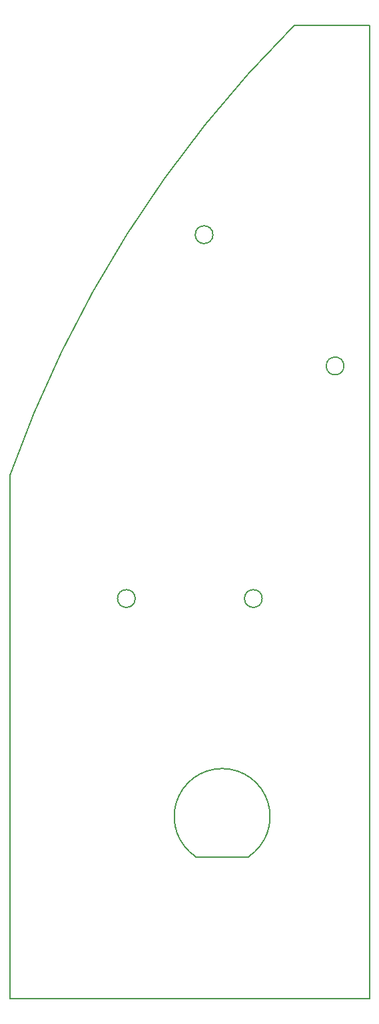
<source format=gbr>
G04 #@! TF.GenerationSoftware,KiCad,Pcbnew,(5.1.12-1-10_14)*
G04 #@! TF.CreationDate,2021-11-27T17:32:02+11:00*
G04 #@! TF.ProjectId,MasterModePushbuttonV2,4d617374-6572-44d6-9f64-655075736862,rev?*
G04 #@! TF.SameCoordinates,Original*
G04 #@! TF.FileFunction,Profile,NP*
%FSLAX46Y46*%
G04 Gerber Fmt 4.6, Leading zero omitted, Abs format (unit mm)*
G04 Created by KiCad (PCBNEW (5.1.12-1-10_14)) date 2021-11-27 17:32:02*
%MOMM*%
%LPD*%
G01*
G04 APERTURE LIST*
G04 #@! TA.AperFunction,Profile*
%ADD10C,0.150000*%
G04 #@! TD*
G04 #@! TA.AperFunction,Profile*
%ADD11C,0.200000*%
G04 #@! TD*
G04 APERTURE END LIST*
D10*
X230381480Y-101797480D02*
G75*
G03*
X230381480Y-101797480I-1125000J0D01*
G01*
X214241480Y-101797480D02*
G75*
G03*
X214241480Y-101797480I-1125000J0D01*
G01*
X240771480Y-72297480D02*
G75*
G03*
X240771480Y-72297480I-1125000J0D01*
G01*
X224121480Y-55647480D02*
G75*
G03*
X224121480Y-55647480I-1125000J0D01*
G01*
D11*
X221958798Y-134560480D02*
G75*
G02*
X228620962Y-134560480I3331082J5105400D01*
G01*
X198302380Y-86211580D02*
G75*
G02*
X234497380Y-29061581I143636903J-50933289D01*
G01*
X221958799Y-134560480D02*
X228620962Y-134560480D01*
X198302380Y-152569080D02*
X244022380Y-152569080D01*
X244022380Y-152569080D02*
X244022380Y-29061580D01*
X244022380Y-29061580D02*
X234497380Y-29061580D01*
X198302380Y-86211580D02*
X198302380Y-152569080D01*
M02*

</source>
